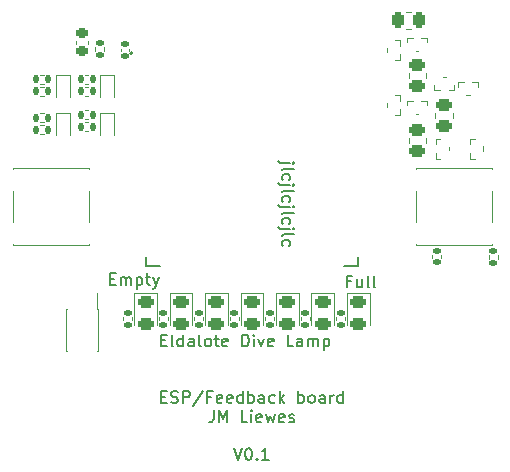
<source format=gto>
%TF.GenerationSoftware,KiCad,Pcbnew,(6.0.9)*%
%TF.CreationDate,2023-02-03T10:43:04+01:00*%
%TF.ProjectId,ESPBoard,45535042-6f61-4726-942e-6b696361645f,rev?*%
%TF.SameCoordinates,Original*%
%TF.FileFunction,Legend,Top*%
%TF.FilePolarity,Positive*%
%FSLAX46Y46*%
G04 Gerber Fmt 4.6, Leading zero omitted, Abs format (unit mm)*
G04 Created by KiCad (PCBNEW (6.0.9)) date 2023-02-03 10:43:04*
%MOMM*%
%LPD*%
G01*
G04 APERTURE LIST*
G04 Aperture macros list*
%AMRoundRect*
0 Rectangle with rounded corners*
0 $1 Rounding radius*
0 $2 $3 $4 $5 $6 $7 $8 $9 X,Y pos of 4 corners*
0 Add a 4 corners polygon primitive as box body*
4,1,4,$2,$3,$4,$5,$6,$7,$8,$9,$2,$3,0*
0 Add four circle primitives for the rounded corners*
1,1,$1+$1,$2,$3*
1,1,$1+$1,$4,$5*
1,1,$1+$1,$6,$7*
1,1,$1+$1,$8,$9*
0 Add four rect primitives between the rounded corners*
20,1,$1+$1,$2,$3,$4,$5,0*
20,1,$1+$1,$4,$5,$6,$7,0*
20,1,$1+$1,$6,$7,$8,$9,0*
20,1,$1+$1,$8,$9,$2,$3,0*%
G04 Aperture macros list end*
%ADD10C,0.160000*%
%ADD11C,0.127000*%
%ADD12C,0.200000*%
%ADD13C,0.120000*%
%ADD14C,0.100000*%
%ADD15R,1.500000X0.900000*%
%ADD16R,0.900000X1.500000*%
%ADD17R,0.900000X0.900000*%
%ADD18C,0.600000*%
%ADD19RoundRect,0.250000X-0.450000X0.262500X-0.450000X-0.262500X0.450000X-0.262500X0.450000X0.262500X0*%
%ADD20R,0.500000X0.700000*%
%ADD21R,0.400000X0.700000*%
%ADD22RoundRect,0.135000X-0.185000X0.135000X-0.185000X-0.135000X0.185000X-0.135000X0.185000X0.135000X0*%
%ADD23RoundRect,0.135000X0.135000X0.185000X-0.135000X0.185000X-0.135000X-0.185000X0.135000X-0.185000X0*%
%ADD24R,0.700000X0.600000*%
%ADD25RoundRect,0.243750X-0.456250X0.243750X-0.456250X-0.243750X0.456250X-0.243750X0.456250X0.243750X0*%
%ADD26RoundRect,0.135000X0.185000X-0.135000X0.185000X0.135000X-0.185000X0.135000X-0.185000X-0.135000X0*%
%ADD27R,0.700000X0.400000*%
%ADD28R,1.550000X1.300000*%
%ADD29RoundRect,0.250000X0.450000X-0.262500X0.450000X0.262500X-0.450000X0.262500X-0.450000X-0.262500X0*%
%ADD30R,0.740000X2.400000*%
%ADD31RoundRect,0.250000X0.262500X0.450000X-0.262500X0.450000X-0.262500X-0.450000X0.262500X-0.450000X0*%
%ADD32RoundRect,0.225000X0.250000X-0.225000X0.250000X0.225000X-0.250000X0.225000X-0.250000X-0.225000X0*%
%ADD33RoundRect,0.135000X-0.135000X-0.185000X0.135000X-0.185000X0.135000X0.185000X-0.135000X0.185000X0*%
%ADD34RoundRect,0.140000X0.170000X-0.140000X0.170000X0.140000X-0.170000X0.140000X-0.170000X-0.140000X0*%
%ADD35R,0.700000X0.500000*%
G04 APERTURE END LIST*
D10*
X142309523Y-116123571D02*
X142642857Y-116123571D01*
X142785714Y-116647380D02*
X142309523Y-116647380D01*
X142309523Y-115647380D01*
X142785714Y-115647380D01*
X143166666Y-116599761D02*
X143309523Y-116647380D01*
X143547619Y-116647380D01*
X143642857Y-116599761D01*
X143690476Y-116552142D01*
X143738095Y-116456904D01*
X143738095Y-116361666D01*
X143690476Y-116266428D01*
X143642857Y-116218809D01*
X143547619Y-116171190D01*
X143357142Y-116123571D01*
X143261904Y-116075952D01*
X143214285Y-116028333D01*
X143166666Y-115933095D01*
X143166666Y-115837857D01*
X143214285Y-115742619D01*
X143261904Y-115695000D01*
X143357142Y-115647380D01*
X143595238Y-115647380D01*
X143738095Y-115695000D01*
X144166666Y-116647380D02*
X144166666Y-115647380D01*
X144547619Y-115647380D01*
X144642857Y-115695000D01*
X144690476Y-115742619D01*
X144738095Y-115837857D01*
X144738095Y-115980714D01*
X144690476Y-116075952D01*
X144642857Y-116123571D01*
X144547619Y-116171190D01*
X144166666Y-116171190D01*
X145880952Y-115599761D02*
X145023809Y-116885476D01*
X146547619Y-116123571D02*
X146214285Y-116123571D01*
X146214285Y-116647380D02*
X146214285Y-115647380D01*
X146690476Y-115647380D01*
X147452380Y-116599761D02*
X147357142Y-116647380D01*
X147166666Y-116647380D01*
X147071428Y-116599761D01*
X147023809Y-116504523D01*
X147023809Y-116123571D01*
X147071428Y-116028333D01*
X147166666Y-115980714D01*
X147357142Y-115980714D01*
X147452380Y-116028333D01*
X147500000Y-116123571D01*
X147500000Y-116218809D01*
X147023809Y-116314047D01*
X148309523Y-116599761D02*
X148214285Y-116647380D01*
X148023809Y-116647380D01*
X147928571Y-116599761D01*
X147880952Y-116504523D01*
X147880952Y-116123571D01*
X147928571Y-116028333D01*
X148023809Y-115980714D01*
X148214285Y-115980714D01*
X148309523Y-116028333D01*
X148357142Y-116123571D01*
X148357142Y-116218809D01*
X147880952Y-116314047D01*
X149214285Y-116647380D02*
X149214285Y-115647380D01*
X149214285Y-116599761D02*
X149119047Y-116647380D01*
X148928571Y-116647380D01*
X148833333Y-116599761D01*
X148785714Y-116552142D01*
X148738095Y-116456904D01*
X148738095Y-116171190D01*
X148785714Y-116075952D01*
X148833333Y-116028333D01*
X148928571Y-115980714D01*
X149119047Y-115980714D01*
X149214285Y-116028333D01*
X149690476Y-116647380D02*
X149690476Y-115647380D01*
X149690476Y-116028333D02*
X149785714Y-115980714D01*
X149976190Y-115980714D01*
X150071428Y-116028333D01*
X150119047Y-116075952D01*
X150166666Y-116171190D01*
X150166666Y-116456904D01*
X150119047Y-116552142D01*
X150071428Y-116599761D01*
X149976190Y-116647380D01*
X149785714Y-116647380D01*
X149690476Y-116599761D01*
X151023809Y-116647380D02*
X151023809Y-116123571D01*
X150976190Y-116028333D01*
X150880952Y-115980714D01*
X150690476Y-115980714D01*
X150595238Y-116028333D01*
X151023809Y-116599761D02*
X150928571Y-116647380D01*
X150690476Y-116647380D01*
X150595238Y-116599761D01*
X150547619Y-116504523D01*
X150547619Y-116409285D01*
X150595238Y-116314047D01*
X150690476Y-116266428D01*
X150928571Y-116266428D01*
X151023809Y-116218809D01*
X151928571Y-116599761D02*
X151833333Y-116647380D01*
X151642857Y-116647380D01*
X151547619Y-116599761D01*
X151500000Y-116552142D01*
X151452380Y-116456904D01*
X151452380Y-116171190D01*
X151500000Y-116075952D01*
X151547619Y-116028333D01*
X151642857Y-115980714D01*
X151833333Y-115980714D01*
X151928571Y-116028333D01*
X152357142Y-116647380D02*
X152357142Y-115647380D01*
X152452380Y-116266428D02*
X152738095Y-116647380D01*
X152738095Y-115980714D02*
X152357142Y-116361666D01*
X153928571Y-116647380D02*
X153928571Y-115647380D01*
X153928571Y-116028333D02*
X154023809Y-115980714D01*
X154214285Y-115980714D01*
X154309523Y-116028333D01*
X154357142Y-116075952D01*
X154404761Y-116171190D01*
X154404761Y-116456904D01*
X154357142Y-116552142D01*
X154309523Y-116599761D01*
X154214285Y-116647380D01*
X154023809Y-116647380D01*
X153928571Y-116599761D01*
X154976190Y-116647380D02*
X154880952Y-116599761D01*
X154833333Y-116552142D01*
X154785714Y-116456904D01*
X154785714Y-116171190D01*
X154833333Y-116075952D01*
X154880952Y-116028333D01*
X154976190Y-115980714D01*
X155119047Y-115980714D01*
X155214285Y-116028333D01*
X155261904Y-116075952D01*
X155309523Y-116171190D01*
X155309523Y-116456904D01*
X155261904Y-116552142D01*
X155214285Y-116599761D01*
X155119047Y-116647380D01*
X154976190Y-116647380D01*
X156166666Y-116647380D02*
X156166666Y-116123571D01*
X156119047Y-116028333D01*
X156023809Y-115980714D01*
X155833333Y-115980714D01*
X155738095Y-116028333D01*
X156166666Y-116599761D02*
X156071428Y-116647380D01*
X155833333Y-116647380D01*
X155738095Y-116599761D01*
X155690476Y-116504523D01*
X155690476Y-116409285D01*
X155738095Y-116314047D01*
X155833333Y-116266428D01*
X156071428Y-116266428D01*
X156166666Y-116218809D01*
X156642857Y-116647380D02*
X156642857Y-115980714D01*
X156642857Y-116171190D02*
X156690476Y-116075952D01*
X156738095Y-116028333D01*
X156833333Y-115980714D01*
X156928571Y-115980714D01*
X157690476Y-116647380D02*
X157690476Y-115647380D01*
X157690476Y-116599761D02*
X157595238Y-116647380D01*
X157404761Y-116647380D01*
X157309523Y-116599761D01*
X157261904Y-116552142D01*
X157214285Y-116456904D01*
X157214285Y-116171190D01*
X157261904Y-116075952D01*
X157309523Y-116028333D01*
X157404761Y-115980714D01*
X157595238Y-115980714D01*
X157690476Y-116028333D01*
X146761904Y-117257380D02*
X146761904Y-117971666D01*
X146714285Y-118114523D01*
X146619047Y-118209761D01*
X146476190Y-118257380D01*
X146380952Y-118257380D01*
X147238095Y-118257380D02*
X147238095Y-117257380D01*
X147571428Y-117971666D01*
X147904761Y-117257380D01*
X147904761Y-118257380D01*
X149619047Y-118257380D02*
X149142857Y-118257380D01*
X149142857Y-117257380D01*
X149952380Y-118257380D02*
X149952380Y-117590714D01*
X149952380Y-117257380D02*
X149904761Y-117305000D01*
X149952380Y-117352619D01*
X150000000Y-117305000D01*
X149952380Y-117257380D01*
X149952380Y-117352619D01*
X150809523Y-118209761D02*
X150714285Y-118257380D01*
X150523809Y-118257380D01*
X150428571Y-118209761D01*
X150380952Y-118114523D01*
X150380952Y-117733571D01*
X150428571Y-117638333D01*
X150523809Y-117590714D01*
X150714285Y-117590714D01*
X150809523Y-117638333D01*
X150857142Y-117733571D01*
X150857142Y-117828809D01*
X150380952Y-117924047D01*
X151190476Y-117590714D02*
X151380952Y-118257380D01*
X151571428Y-117781190D01*
X151761904Y-118257380D01*
X151952380Y-117590714D01*
X152714285Y-118209761D02*
X152619047Y-118257380D01*
X152428571Y-118257380D01*
X152333333Y-118209761D01*
X152285714Y-118114523D01*
X152285714Y-117733571D01*
X152333333Y-117638333D01*
X152428571Y-117590714D01*
X152619047Y-117590714D01*
X152714285Y-117638333D01*
X152761904Y-117733571D01*
X152761904Y-117828809D01*
X152285714Y-117924047D01*
X153142857Y-118209761D02*
X153238095Y-118257380D01*
X153428571Y-118257380D01*
X153523809Y-118209761D01*
X153571428Y-118114523D01*
X153571428Y-118066904D01*
X153523809Y-117971666D01*
X153428571Y-117924047D01*
X153285714Y-117924047D01*
X153190476Y-117876428D01*
X153142857Y-117781190D01*
X153142857Y-117733571D01*
X153190476Y-117638333D01*
X153285714Y-117590714D01*
X153428571Y-117590714D01*
X153523809Y-117638333D01*
X142304761Y-111328571D02*
X142638095Y-111328571D01*
X142780952Y-111852380D02*
X142304761Y-111852380D01*
X142304761Y-110852380D01*
X142780952Y-110852380D01*
X143352380Y-111852380D02*
X143257142Y-111804761D01*
X143209523Y-111709523D01*
X143209523Y-110852380D01*
X144161904Y-111852380D02*
X144161904Y-110852380D01*
X144161904Y-111804761D02*
X144066666Y-111852380D01*
X143876190Y-111852380D01*
X143780952Y-111804761D01*
X143733333Y-111757142D01*
X143685714Y-111661904D01*
X143685714Y-111376190D01*
X143733333Y-111280952D01*
X143780952Y-111233333D01*
X143876190Y-111185714D01*
X144066666Y-111185714D01*
X144161904Y-111233333D01*
X145066666Y-111852380D02*
X145066666Y-111328571D01*
X145019047Y-111233333D01*
X144923809Y-111185714D01*
X144733333Y-111185714D01*
X144638095Y-111233333D01*
X145066666Y-111804761D02*
X144971428Y-111852380D01*
X144733333Y-111852380D01*
X144638095Y-111804761D01*
X144590476Y-111709523D01*
X144590476Y-111614285D01*
X144638095Y-111519047D01*
X144733333Y-111471428D01*
X144971428Y-111471428D01*
X145066666Y-111423809D01*
X145685714Y-111852380D02*
X145590476Y-111804761D01*
X145542857Y-111709523D01*
X145542857Y-110852380D01*
X146209523Y-111852380D02*
X146114285Y-111804761D01*
X146066666Y-111757142D01*
X146019047Y-111661904D01*
X146019047Y-111376190D01*
X146066666Y-111280952D01*
X146114285Y-111233333D01*
X146209523Y-111185714D01*
X146352380Y-111185714D01*
X146447619Y-111233333D01*
X146495238Y-111280952D01*
X146542857Y-111376190D01*
X146542857Y-111661904D01*
X146495238Y-111757142D01*
X146447619Y-111804761D01*
X146352380Y-111852380D01*
X146209523Y-111852380D01*
X146828571Y-111185714D02*
X147209523Y-111185714D01*
X146971428Y-110852380D02*
X146971428Y-111709523D01*
X147019047Y-111804761D01*
X147114285Y-111852380D01*
X147209523Y-111852380D01*
X147923809Y-111804761D02*
X147828571Y-111852380D01*
X147638095Y-111852380D01*
X147542857Y-111804761D01*
X147495238Y-111709523D01*
X147495238Y-111328571D01*
X147542857Y-111233333D01*
X147638095Y-111185714D01*
X147828571Y-111185714D01*
X147923809Y-111233333D01*
X147971428Y-111328571D01*
X147971428Y-111423809D01*
X147495238Y-111519047D01*
X149161904Y-111852380D02*
X149161904Y-110852380D01*
X149400000Y-110852380D01*
X149542857Y-110900000D01*
X149638095Y-110995238D01*
X149685714Y-111090476D01*
X149733333Y-111280952D01*
X149733333Y-111423809D01*
X149685714Y-111614285D01*
X149638095Y-111709523D01*
X149542857Y-111804761D01*
X149400000Y-111852380D01*
X149161904Y-111852380D01*
X150161904Y-111852380D02*
X150161904Y-111185714D01*
X150161904Y-110852380D02*
X150114285Y-110900000D01*
X150161904Y-110947619D01*
X150209523Y-110900000D01*
X150161904Y-110852380D01*
X150161904Y-110947619D01*
X150542857Y-111185714D02*
X150780952Y-111852380D01*
X151019047Y-111185714D01*
X151780952Y-111804761D02*
X151685714Y-111852380D01*
X151495238Y-111852380D01*
X151400000Y-111804761D01*
X151352380Y-111709523D01*
X151352380Y-111328571D01*
X151400000Y-111233333D01*
X151495238Y-111185714D01*
X151685714Y-111185714D01*
X151780952Y-111233333D01*
X151828571Y-111328571D01*
X151828571Y-111423809D01*
X151352380Y-111519047D01*
X153495238Y-111852380D02*
X153019047Y-111852380D01*
X153019047Y-110852380D01*
X154257142Y-111852380D02*
X154257142Y-111328571D01*
X154209523Y-111233333D01*
X154114285Y-111185714D01*
X153923809Y-111185714D01*
X153828571Y-111233333D01*
X154257142Y-111804761D02*
X154161904Y-111852380D01*
X153923809Y-111852380D01*
X153828571Y-111804761D01*
X153780952Y-111709523D01*
X153780952Y-111614285D01*
X153828571Y-111519047D01*
X153923809Y-111471428D01*
X154161904Y-111471428D01*
X154257142Y-111423809D01*
X154733333Y-111852380D02*
X154733333Y-111185714D01*
X154733333Y-111280952D02*
X154780952Y-111233333D01*
X154876190Y-111185714D01*
X155019047Y-111185714D01*
X155114285Y-111233333D01*
X155161904Y-111328571D01*
X155161904Y-111852380D01*
X155161904Y-111328571D02*
X155209523Y-111233333D01*
X155304761Y-111185714D01*
X155447619Y-111185714D01*
X155542857Y-111233333D01*
X155590476Y-111328571D01*
X155590476Y-111852380D01*
X156066666Y-111185714D02*
X156066666Y-112185714D01*
X156066666Y-111233333D02*
X156161904Y-111185714D01*
X156352380Y-111185714D01*
X156447619Y-111233333D01*
X156495238Y-111280952D01*
X156542857Y-111376190D01*
X156542857Y-111661904D01*
X156495238Y-111757142D01*
X156447619Y-111804761D01*
X156352380Y-111852380D01*
X156161904Y-111852380D01*
X156066666Y-111804761D01*
X138000000Y-106128571D02*
X138333333Y-106128571D01*
X138476190Y-106652380D02*
X138000000Y-106652380D01*
X138000000Y-105652380D01*
X138476190Y-105652380D01*
X138904761Y-106652380D02*
X138904761Y-105985714D01*
X138904761Y-106080952D02*
X138952380Y-106033333D01*
X139047619Y-105985714D01*
X139190476Y-105985714D01*
X139285714Y-106033333D01*
X139333333Y-106128571D01*
X139333333Y-106652380D01*
X139333333Y-106128571D02*
X139380952Y-106033333D01*
X139476190Y-105985714D01*
X139619047Y-105985714D01*
X139714285Y-106033333D01*
X139761904Y-106128571D01*
X139761904Y-106652380D01*
X140238095Y-105985714D02*
X140238095Y-106985714D01*
X140238095Y-106033333D02*
X140333333Y-105985714D01*
X140523809Y-105985714D01*
X140619047Y-106033333D01*
X140666666Y-106080952D01*
X140714285Y-106176190D01*
X140714285Y-106461904D01*
X140666666Y-106557142D01*
X140619047Y-106604761D01*
X140523809Y-106652380D01*
X140333333Y-106652380D01*
X140238095Y-106604761D01*
X141000000Y-105985714D02*
X141380952Y-105985714D01*
X141142857Y-105652380D02*
X141142857Y-106509523D01*
X141190476Y-106604761D01*
X141285714Y-106652380D01*
X141380952Y-106652380D01*
X141619047Y-105985714D02*
X141857142Y-106652380D01*
X142095238Y-105985714D02*
X141857142Y-106652380D01*
X141761904Y-106890476D01*
X141714285Y-106938095D01*
X141619047Y-106985714D01*
X148476190Y-120452380D02*
X148809523Y-121452380D01*
X149142857Y-120452380D01*
X149666666Y-120452380D02*
X149761904Y-120452380D01*
X149857142Y-120500000D01*
X149904761Y-120547619D01*
X149952380Y-120642857D01*
X150000000Y-120833333D01*
X150000000Y-121071428D01*
X149952380Y-121261904D01*
X149904761Y-121357142D01*
X149857142Y-121404761D01*
X149761904Y-121452380D01*
X149666666Y-121452380D01*
X149571428Y-121404761D01*
X149523809Y-121357142D01*
X149476190Y-121261904D01*
X149428571Y-121071428D01*
X149428571Y-120833333D01*
X149476190Y-120642857D01*
X149523809Y-120547619D01*
X149571428Y-120500000D01*
X149666666Y-120452380D01*
X150428571Y-121357142D02*
X150476190Y-121404761D01*
X150428571Y-121452380D01*
X150380952Y-121404761D01*
X150428571Y-121357142D01*
X150428571Y-121452380D01*
X151428571Y-121452380D02*
X150857142Y-121452380D01*
X151142857Y-121452380D02*
X151142857Y-120452380D01*
X151047619Y-120595238D01*
X150952380Y-120690476D01*
X150857142Y-120738095D01*
X158366666Y-106328571D02*
X158033333Y-106328571D01*
X158033333Y-106852380D02*
X158033333Y-105852380D01*
X158509523Y-105852380D01*
X159319047Y-106185714D02*
X159319047Y-106852380D01*
X158890476Y-106185714D02*
X158890476Y-106709523D01*
X158938095Y-106804761D01*
X159033333Y-106852380D01*
X159176190Y-106852380D01*
X159271428Y-106804761D01*
X159319047Y-106757142D01*
X159938095Y-106852380D02*
X159842857Y-106804761D01*
X159795238Y-106709523D01*
X159795238Y-105852380D01*
X160461904Y-106852380D02*
X160366666Y-106804761D01*
X160319047Y-106709523D01*
X160319047Y-105852380D01*
X153214285Y-96323809D02*
X152357142Y-96323809D01*
X152261904Y-96276190D01*
X152214285Y-96180952D01*
X152214285Y-96133333D01*
X153547619Y-96323809D02*
X153500000Y-96276190D01*
X153452380Y-96323809D01*
X153500000Y-96371428D01*
X153547619Y-96323809D01*
X153452380Y-96323809D01*
X152547619Y-96942857D02*
X152595238Y-96847619D01*
X152690476Y-96800000D01*
X153547619Y-96800000D01*
X152595238Y-97752380D02*
X152547619Y-97657142D01*
X152547619Y-97466666D01*
X152595238Y-97371428D01*
X152642857Y-97323809D01*
X152738095Y-97276190D01*
X153023809Y-97276190D01*
X153119047Y-97323809D01*
X153166666Y-97371428D01*
X153214285Y-97466666D01*
X153214285Y-97657142D01*
X153166666Y-97752380D01*
X153214285Y-98180952D02*
X152357142Y-98180952D01*
X152261904Y-98133333D01*
X152214285Y-98038095D01*
X152214285Y-97990476D01*
X153547619Y-98180952D02*
X153500000Y-98133333D01*
X153452380Y-98180952D01*
X153500000Y-98228571D01*
X153547619Y-98180952D01*
X153452380Y-98180952D01*
X152547619Y-98800000D02*
X152595238Y-98704761D01*
X152690476Y-98657142D01*
X153547619Y-98657142D01*
X152595238Y-99609523D02*
X152547619Y-99514285D01*
X152547619Y-99323809D01*
X152595238Y-99228571D01*
X152642857Y-99180952D01*
X152738095Y-99133333D01*
X153023809Y-99133333D01*
X153119047Y-99180952D01*
X153166666Y-99228571D01*
X153214285Y-99323809D01*
X153214285Y-99514285D01*
X153166666Y-99609523D01*
X153214285Y-100038095D02*
X152357142Y-100038095D01*
X152261904Y-99990476D01*
X152214285Y-99895238D01*
X152214285Y-99847619D01*
X153547619Y-100038095D02*
X153500000Y-99990476D01*
X153452380Y-100038095D01*
X153500000Y-100085714D01*
X153547619Y-100038095D01*
X153452380Y-100038095D01*
X152547619Y-100657142D02*
X152595238Y-100561904D01*
X152690476Y-100514285D01*
X153547619Y-100514285D01*
X152595238Y-101466666D02*
X152547619Y-101371428D01*
X152547619Y-101180952D01*
X152595238Y-101085714D01*
X152642857Y-101038095D01*
X152738095Y-100990476D01*
X153023809Y-100990476D01*
X153119047Y-101038095D01*
X153166666Y-101085714D01*
X153214285Y-101180952D01*
X153214285Y-101371428D01*
X153166666Y-101466666D01*
X153214285Y-101895238D02*
X152357142Y-101895238D01*
X152261904Y-101847619D01*
X152214285Y-101752380D01*
X152214285Y-101704761D01*
X153547619Y-101895238D02*
X153500000Y-101847619D01*
X153452380Y-101895238D01*
X153500000Y-101942857D01*
X153547619Y-101895238D01*
X153452380Y-101895238D01*
X152547619Y-102514285D02*
X152595238Y-102419047D01*
X152690476Y-102371428D01*
X153547619Y-102371428D01*
X152595238Y-103323809D02*
X152547619Y-103228571D01*
X152547619Y-103038095D01*
X152595238Y-102942857D01*
X152642857Y-102895238D01*
X152738095Y-102847619D01*
X153023809Y-102847619D01*
X153119047Y-102895238D01*
X153166666Y-102942857D01*
X153214285Y-103038095D01*
X153214285Y-103228571D01*
X153166666Y-103323809D01*
D11*
%TO.C,U301*%
X141000000Y-104320000D02*
X141000000Y-105050000D01*
X159000000Y-104320000D02*
X159000000Y-105050000D01*
X159000000Y-105050000D02*
X157755000Y-105050000D01*
X141000000Y-105050000D02*
X142245000Y-105050000D01*
D12*
X139900000Y-87040000D02*
G75*
G03*
X139900000Y-87040000I-100000J0D01*
G01*
D13*
%TO.C,R403*%
X166985000Y-92072936D02*
X166985000Y-92527064D01*
X165515000Y-92072936D02*
X165515000Y-92527064D01*
%TO.C,Q406*%
X163900000Y-92150000D02*
X164100000Y-92150000D01*
D14*
X163150000Y-91100000D02*
X163150000Y-91450000D01*
X163650000Y-91100000D02*
X163150000Y-91100000D01*
X164350000Y-91100000D02*
X164850000Y-91100000D01*
X164850000Y-91100000D02*
X164850000Y-91450000D01*
D13*
%TO.C,R309*%
X142120000Y-109346359D02*
X142120000Y-109653641D01*
X142880000Y-109346359D02*
X142880000Y-109653641D01*
%TO.C,R418*%
X132403641Y-88870000D02*
X132096359Y-88870000D01*
X132403641Y-89630000D02*
X132096359Y-89630000D01*
%TO.C,D402*%
X137150000Y-93950000D02*
X137150000Y-92100000D01*
X138350000Y-93950000D02*
X138350000Y-92100000D01*
X138350000Y-92100000D02*
X137150000Y-92100000D01*
%TO.C,D304*%
X150960000Y-110000000D02*
X150960000Y-107315000D01*
X150960000Y-107315000D02*
X149040000Y-107315000D01*
X149040000Y-107315000D02*
X149040000Y-110000000D01*
%TO.C,R310*%
X145880000Y-109346359D02*
X145880000Y-109653641D01*
X145120000Y-109346359D02*
X145120000Y-109653641D01*
%TO.C,R302*%
X170050000Y-104423641D02*
X170050000Y-104116359D01*
X170810000Y-104423641D02*
X170810000Y-104116359D01*
%TO.C,R416*%
X136153641Y-92630000D02*
X135846359Y-92630000D01*
X136153641Y-91870000D02*
X135846359Y-91870000D01*
%TO.C,Q403*%
X169550000Y-95275000D02*
X169550000Y-94925000D01*
D14*
X168500000Y-95450000D02*
X168500000Y-95950000D01*
X168500000Y-95950000D02*
X168850000Y-95950000D01*
X168500000Y-94250000D02*
X168850000Y-94250000D01*
X168500000Y-94750000D02*
X168500000Y-94250000D01*
%TO.C,Q401*%
X167450000Y-89500000D02*
X167450000Y-89850000D01*
X169150000Y-89500000D02*
X169150000Y-89850000D01*
X167950000Y-89500000D02*
X167450000Y-89500000D01*
X168650000Y-89500000D02*
X169150000Y-89500000D01*
D13*
X168125000Y-90550000D02*
X168475000Y-90550000D01*
%TO.C,SW301*%
X136220000Y-103230000D02*
X129760000Y-103230000D01*
X136220000Y-103200000D02*
X136220000Y-103230000D01*
X129760000Y-96770000D02*
X129760000Y-96800000D01*
X129760000Y-103230000D02*
X129760000Y-103200000D01*
X136220000Y-101300000D02*
X136220000Y-98700000D01*
X136220000Y-96770000D02*
X129760000Y-96770000D01*
X136220000Y-96770000D02*
X136220000Y-96800000D01*
X129760000Y-101300000D02*
X129760000Y-98700000D01*
%TO.C,D403*%
X134600000Y-90700000D02*
X134600000Y-88850000D01*
X133400000Y-90700000D02*
X133400000Y-88850000D01*
X134600000Y-88850000D02*
X133400000Y-88850000D01*
D14*
%TO.C,Q402*%
X165950000Y-90100000D02*
X165450000Y-90100000D01*
X167150000Y-90100000D02*
X167150000Y-89750000D01*
X165450000Y-90100000D02*
X165450000Y-89750000D01*
X166650000Y-90100000D02*
X167150000Y-90100000D01*
D13*
X166400000Y-89050000D02*
X166200000Y-89050000D01*
%TO.C,D305*%
X152040000Y-107315000D02*
X152040000Y-110000000D01*
X153960000Y-110000000D02*
X153960000Y-107315000D01*
X153960000Y-107315000D02*
X152040000Y-107315000D01*
%TO.C,Q407*%
X161450000Y-86575000D02*
X161450000Y-86925000D01*
D14*
X162500000Y-87100000D02*
X162500000Y-87600000D01*
X162500000Y-87600000D02*
X162150000Y-87600000D01*
X162500000Y-85900000D02*
X162150000Y-85900000D01*
X162500000Y-86400000D02*
X162500000Y-85900000D01*
D13*
%TO.C,R406*%
X164735000Y-94627064D02*
X164735000Y-94172936D01*
X163265000Y-94627064D02*
X163265000Y-94172936D01*
%TO.C,J205*%
X136960000Y-112215000D02*
X136895000Y-112215000D01*
X134300000Y-108685000D02*
X134300000Y-112215000D01*
X136895000Y-107360000D02*
X136895000Y-108685000D01*
X136960000Y-108685000D02*
X136960000Y-112215000D01*
X134365000Y-108685000D02*
X134300000Y-108685000D01*
X136960000Y-108685000D02*
X136895000Y-108685000D01*
X134365000Y-112215000D02*
X134300000Y-112215000D01*
%TO.C,R412*%
X163477064Y-83515000D02*
X163022936Y-83515000D01*
X163477064Y-84985000D02*
X163022936Y-84985000D01*
%TO.C,SW302*%
X170330000Y-103230000D02*
X170330000Y-103200000D01*
X163870000Y-96800000D02*
X163870000Y-96770000D01*
X163870000Y-96770000D02*
X170330000Y-96770000D01*
X163870000Y-103230000D02*
X163870000Y-103200000D01*
X170330000Y-98700000D02*
X170330000Y-101300000D01*
X170330000Y-96770000D02*
X170330000Y-96800000D01*
X163870000Y-103230000D02*
X170330000Y-103230000D01*
X163870000Y-98700000D02*
X163870000Y-101300000D01*
%TO.C,D404*%
X138350000Y-90700000D02*
X138350000Y-88850000D01*
X137150000Y-90700000D02*
X137150000Y-88850000D01*
X138350000Y-88850000D02*
X137150000Y-88850000D01*
%TO.C,R420*%
X136153641Y-89630000D02*
X135846359Y-89630000D01*
X136153641Y-88870000D02*
X135846359Y-88870000D01*
%TO.C,C303*%
X135140000Y-86240580D02*
X135140000Y-85959420D01*
X136160000Y-86240580D02*
X136160000Y-85959420D01*
%TO.C,R419*%
X135846359Y-89870000D02*
X136153641Y-89870000D01*
X135846359Y-90630000D02*
X136153641Y-90630000D01*
%TO.C,D301*%
X141960000Y-110000000D02*
X141960000Y-107315000D01*
X140040000Y-107315000D02*
X140040000Y-110000000D01*
X141960000Y-107315000D02*
X140040000Y-107315000D01*
%TO.C,D401*%
X134600000Y-92100000D02*
X133400000Y-92100000D01*
X133400000Y-93950000D02*
X133400000Y-92100000D01*
X134600000Y-93950000D02*
X134600000Y-92100000D01*
%TO.C,R314*%
X157880000Y-109346359D02*
X157880000Y-109653641D01*
X157120000Y-109346359D02*
X157120000Y-109653641D01*
%TO.C,R409*%
X163265000Y-89127064D02*
X163265000Y-88672936D01*
X164735000Y-89127064D02*
X164735000Y-88672936D01*
%TO.C,D302*%
X144960000Y-107315000D02*
X143040000Y-107315000D01*
X143040000Y-107315000D02*
X143040000Y-110000000D01*
X144960000Y-110000000D02*
X144960000Y-107315000D01*
%TO.C,R301*%
X136740000Y-86496359D02*
X136740000Y-86803641D01*
X137500000Y-86496359D02*
X137500000Y-86803641D01*
%TO.C,D307*%
X159960000Y-110000000D02*
X159960000Y-107315000D01*
X158040000Y-107315000D02*
X158040000Y-110000000D01*
X159960000Y-107315000D02*
X158040000Y-107315000D01*
D14*
%TO.C,Q405*%
X162500000Y-90550000D02*
X162150000Y-90550000D01*
X162500000Y-92250000D02*
X162150000Y-92250000D01*
X162500000Y-91050000D02*
X162500000Y-90550000D01*
D13*
X161450000Y-91225000D02*
X161450000Y-91575000D01*
D14*
X162500000Y-91750000D02*
X162500000Y-92250000D01*
D13*
%TO.C,R417*%
X132096359Y-89870000D02*
X132403641Y-89870000D01*
X132096359Y-90630000D02*
X132403641Y-90630000D01*
%TO.C,R311*%
X148880000Y-109346359D02*
X148880000Y-109653641D01*
X148120000Y-109346359D02*
X148120000Y-109653641D01*
D14*
%TO.C,Q408*%
X163150000Y-85750000D02*
X163150000Y-86100000D01*
X163650000Y-85750000D02*
X163150000Y-85750000D01*
X164350000Y-85750000D02*
X164850000Y-85750000D01*
X164850000Y-85750000D02*
X164850000Y-86100000D01*
D13*
X163900000Y-86800000D02*
X164100000Y-86800000D01*
%TO.C,R308*%
X139880000Y-109346359D02*
X139880000Y-109653641D01*
X139120000Y-109346359D02*
X139120000Y-109653641D01*
%TO.C,R312*%
X151120000Y-109346359D02*
X151120000Y-109653641D01*
X151880000Y-109346359D02*
X151880000Y-109653641D01*
%TO.C,C304*%
X165270000Y-104347836D02*
X165270000Y-104132164D01*
X165990000Y-104347836D02*
X165990000Y-104132164D01*
%TO.C,D306*%
X155040000Y-107315000D02*
X155040000Y-110000000D01*
X156960000Y-107315000D02*
X155040000Y-107315000D01*
X156960000Y-110000000D02*
X156960000Y-107315000D01*
%TO.C,C302*%
X138890000Y-86857836D02*
X138890000Y-86642164D01*
X139610000Y-86857836D02*
X139610000Y-86642164D01*
%TO.C,D303*%
X146040000Y-107315000D02*
X146040000Y-110000000D01*
X147960000Y-107315000D02*
X146040000Y-107315000D01*
X147960000Y-110000000D02*
X147960000Y-107315000D01*
D14*
%TO.C,Q404*%
X165600000Y-94750000D02*
X165600000Y-94250000D01*
X165600000Y-95950000D02*
X165950000Y-95950000D01*
D13*
X166650000Y-95200000D02*
X166650000Y-95000000D01*
D14*
X165600000Y-95450000D02*
X165600000Y-95950000D01*
X165600000Y-94250000D02*
X165950000Y-94250000D01*
D13*
%TO.C,R313*%
X154880000Y-109346359D02*
X154880000Y-109653641D01*
X154120000Y-109346359D02*
X154120000Y-109653641D01*
%TO.C,R414*%
X132403641Y-92880000D02*
X132096359Y-92880000D01*
X132403641Y-92120000D02*
X132096359Y-92120000D01*
%TO.C,R413*%
X132096359Y-93880000D02*
X132403641Y-93880000D01*
X132096359Y-93120000D02*
X132403641Y-93120000D01*
%TO.C,R415*%
X135846359Y-93630000D02*
X136153641Y-93630000D01*
X135846359Y-92870000D02*
X136153641Y-92870000D01*
%TD*%
%LPC*%
D15*
%TO.C,U301*%
X141250000Y-87040000D03*
X141250000Y-88310000D03*
X141250000Y-89580000D03*
X141250000Y-90850000D03*
X141250000Y-92120000D03*
X141250000Y-93390000D03*
X141250000Y-94660000D03*
X141250000Y-95930000D03*
X141250000Y-97200000D03*
X141250000Y-98470000D03*
X141250000Y-99740000D03*
X141250000Y-101010000D03*
X141250000Y-102280000D03*
X141250000Y-103550000D03*
D16*
X143015000Y-104800000D03*
X144285000Y-104800000D03*
X145555000Y-104800000D03*
X146825000Y-104800000D03*
X148095000Y-104800000D03*
X149365000Y-104800000D03*
X150635000Y-104800000D03*
X151905000Y-104800000D03*
X153175000Y-104800000D03*
X154445000Y-104800000D03*
X155715000Y-104800000D03*
X156985000Y-104800000D03*
D15*
X158750000Y-103550000D03*
X158750000Y-102280000D03*
X158750000Y-101010000D03*
X158750000Y-99740000D03*
X158750000Y-98470000D03*
X158750000Y-97200000D03*
X158750000Y-95930000D03*
X158750000Y-94660000D03*
X158750000Y-93390000D03*
X158750000Y-92120000D03*
X158750000Y-90850000D03*
X158750000Y-89580000D03*
X158750000Y-88310000D03*
X158750000Y-87040000D03*
D17*
X147100000Y-96160000D03*
D18*
X149200000Y-93360000D03*
X147100000Y-95460000D03*
X147800000Y-93360000D03*
D17*
X147100000Y-94760000D03*
D18*
X148500000Y-95460000D03*
D17*
X148500000Y-96160000D03*
X148500000Y-94760000D03*
D18*
X147800000Y-94760000D03*
D17*
X149900000Y-94760000D03*
D18*
X147100000Y-94060000D03*
D17*
X149900000Y-96160000D03*
D18*
X149200000Y-94760000D03*
D17*
X148500000Y-93360000D03*
X149900000Y-93360000D03*
D18*
X149200000Y-96160000D03*
X148500000Y-94060000D03*
D17*
X147100000Y-93360000D03*
D18*
X149900000Y-94060000D03*
X149900000Y-95460000D03*
X147800000Y-96160000D03*
%TD*%
D19*
%TO.C,R403*%
X166250000Y-91387500D03*
X166250000Y-93212500D03*
%TD*%
D20*
%TO.C,Q406*%
X164000000Y-91100000D03*
D21*
X163600000Y-92100000D03*
X164400000Y-92100000D03*
%TD*%
D22*
%TO.C,R309*%
X142500000Y-108990000D03*
X142500000Y-110010000D03*
%TD*%
D23*
%TO.C,R418*%
X132760000Y-89250000D03*
X131740000Y-89250000D03*
%TD*%
D24*
%TO.C,D402*%
X137750000Y-92550000D03*
X137750000Y-93950000D03*
%TD*%
D25*
%TO.C,D304*%
X150000000Y-108062500D03*
X150000000Y-109937500D03*
%TD*%
D22*
%TO.C,R310*%
X145500000Y-108990000D03*
X145500000Y-110010000D03*
%TD*%
D26*
%TO.C,R302*%
X170430000Y-104780000D03*
X170430000Y-103760000D03*
%TD*%
D23*
%TO.C,R416*%
X136510000Y-92250000D03*
X135490000Y-92250000D03*
%TD*%
D27*
%TO.C,Q403*%
X168500000Y-95100000D03*
X169500000Y-95600000D03*
X169500000Y-94600000D03*
%TD*%
D21*
%TO.C,Q401*%
X168300000Y-89500000D03*
X167800000Y-90500000D03*
X168800000Y-90500000D03*
%TD*%
D28*
%TO.C,SW301*%
X129015000Y-102250000D03*
X136965000Y-102250000D03*
X129015000Y-97750000D03*
X136965000Y-97750000D03*
%TD*%
D24*
%TO.C,D403*%
X134000000Y-89300000D03*
X134000000Y-90700000D03*
%TD*%
D20*
%TO.C,Q402*%
X166300000Y-90100000D03*
D21*
X166700000Y-89100000D03*
X165900000Y-89100000D03*
%TD*%
D25*
%TO.C,D305*%
X153000000Y-108062500D03*
X153000000Y-109937500D03*
%TD*%
D27*
%TO.C,Q407*%
X162500000Y-86750000D03*
X161500000Y-86250000D03*
X161500000Y-87250000D03*
%TD*%
D29*
%TO.C,R406*%
X164000000Y-95312500D03*
X164000000Y-93487500D03*
%TD*%
D30*
%TO.C,J205*%
X136265000Y-108500000D03*
X136265000Y-112400000D03*
X134995000Y-108500000D03*
X134995000Y-112400000D03*
%TD*%
D31*
%TO.C,R412*%
X164162500Y-84250000D03*
X162337500Y-84250000D03*
%TD*%
D28*
%TO.C,SW302*%
X163125000Y-97750000D03*
X171075000Y-97750000D03*
X171075000Y-102250000D03*
X163125000Y-102250000D03*
%TD*%
D24*
%TO.C,D404*%
X137750000Y-89300000D03*
X137750000Y-90700000D03*
%TD*%
D23*
%TO.C,R420*%
X136510000Y-89250000D03*
X135490000Y-89250000D03*
%TD*%
D32*
%TO.C,C303*%
X135650000Y-86875000D03*
X135650000Y-85325000D03*
%TD*%
D33*
%TO.C,R419*%
X135490000Y-90250000D03*
X136510000Y-90250000D03*
%TD*%
D25*
%TO.C,D301*%
X141000000Y-108062500D03*
X141000000Y-109937500D03*
%TD*%
D24*
%TO.C,D401*%
X134000000Y-92550000D03*
X134000000Y-93950000D03*
%TD*%
D22*
%TO.C,R314*%
X157500000Y-108990000D03*
X157500000Y-110010000D03*
%TD*%
D29*
%TO.C,R409*%
X164000000Y-89812500D03*
X164000000Y-87987500D03*
%TD*%
D25*
%TO.C,D302*%
X144000000Y-108062500D03*
X144000000Y-109937500D03*
%TD*%
D22*
%TO.C,R301*%
X137120000Y-86140000D03*
X137120000Y-87160000D03*
%TD*%
D25*
%TO.C,D307*%
X159000000Y-108062500D03*
X159000000Y-109937500D03*
%TD*%
D27*
%TO.C,Q405*%
X162500000Y-91400000D03*
X161500000Y-90900000D03*
X161500000Y-91900000D03*
%TD*%
D33*
%TO.C,R417*%
X131740000Y-90250000D03*
X132760000Y-90250000D03*
%TD*%
D22*
%TO.C,R311*%
X148500000Y-108990000D03*
X148500000Y-110010000D03*
%TD*%
D20*
%TO.C,Q408*%
X164000000Y-85750000D03*
D21*
X163600000Y-86750000D03*
X164400000Y-86750000D03*
%TD*%
D22*
%TO.C,R308*%
X139500000Y-108990000D03*
X139500000Y-110010000D03*
%TD*%
%TO.C,R312*%
X151500000Y-108990000D03*
X151500000Y-110010000D03*
%TD*%
D34*
%TO.C,C304*%
X165630000Y-104720000D03*
X165630000Y-103760000D03*
%TD*%
D25*
%TO.C,D306*%
X156000000Y-108062500D03*
X156000000Y-109937500D03*
%TD*%
D34*
%TO.C,C302*%
X139250000Y-87230000D03*
X139250000Y-86270000D03*
%TD*%
D25*
%TO.C,D303*%
X147000000Y-108062500D03*
X147000000Y-109937500D03*
%TD*%
D35*
%TO.C,Q404*%
X165600000Y-95100000D03*
D27*
X166600000Y-95500000D03*
X166600000Y-94700000D03*
%TD*%
D22*
%TO.C,R313*%
X154500000Y-108990000D03*
X154500000Y-110010000D03*
%TD*%
D23*
%TO.C,R414*%
X132760000Y-92500000D03*
X131740000Y-92500000D03*
%TD*%
D33*
%TO.C,R413*%
X131740000Y-93500000D03*
X132760000Y-93500000D03*
%TD*%
%TO.C,R415*%
X135490000Y-93250000D03*
X136510000Y-93250000D03*
%TD*%
M02*

</source>
